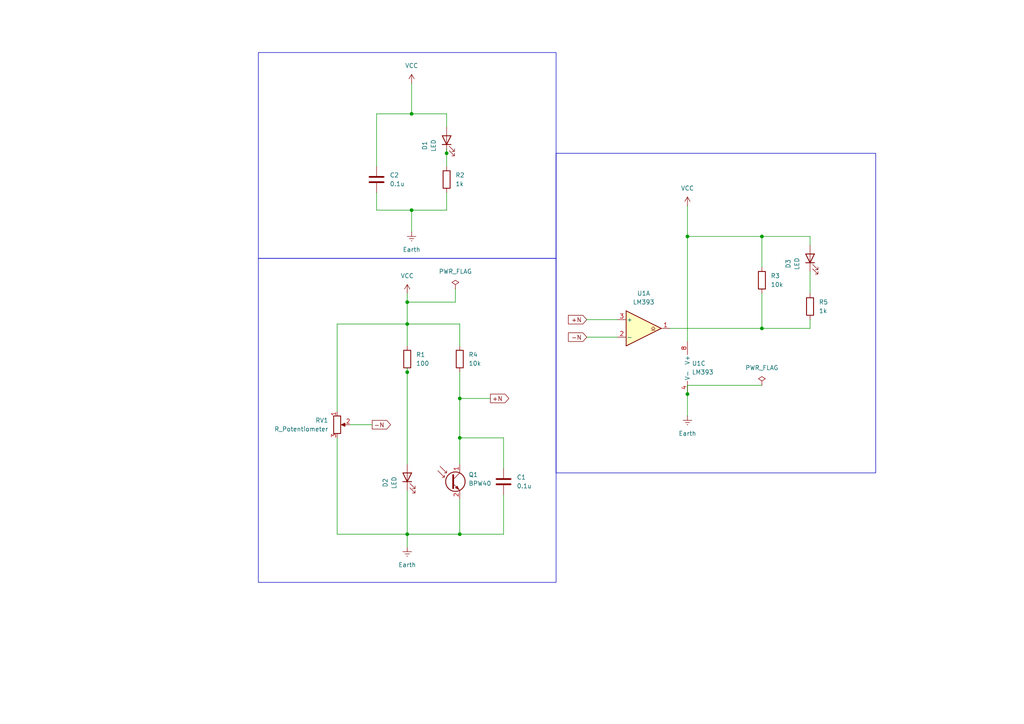
<source format=kicad_sch>
(kicad_sch (version 20231120) (generator "eeschema") (generator_version "8.0")
  (paper "A4")
  (title_block (title "Prueba de Placa de sensor FC-51") (date "2024-04-05") (company "Universidad Catolica Boliviana \"San Pablo\"") (comment 1 "Esta es la prueba N1 de Sistemas Embebidos"))
  (lib_symbols
    (symbol "Comparator:LM393" (pin_names (offset 0.127))
      (property "Reference" "U" (at 3.81 3.81 0))
      (property "Value" "LM393" (at 6.35 -3.81 0))
      (symbol "LM393_1_1"
        (polyline (pts (xy -5.08 5.08) (xy 5.08 0) (xy -5.08 -5.08) (xy -5.08 5.08)) (stroke (width 0.254)) (fill (type background)))
        (polyline (pts (xy 3.302 -0.508) (xy 2.794 -0.508) (xy 3.302 0) (xy 2.794 0.508) (xy 2.286 0) (xy 2.794 -0.508) (xy 2.286 -0.508)) (stroke (width 0.127)))
        (pin open_collector line (at 7.62 0 180) (length 2.54) (name "~") (number "1"))
        (pin input line (at -7.62 -2.54 0) (length 2.54) (name "-") (number "2"))
        (pin input line (at -7.62 2.54 0) (length 2.54) (name "+") (number "3"))
      )
      (symbol "LM393_2_1"
        (polyline (pts (xy -5.08 5.08) (xy 5.08 0) (xy -5.08 -5.08) (xy -5.08 5.08)) (stroke (width 0.254)) (fill (type background)))
        (polyline (pts (xy 3.302 -0.508) (xy 2.794 -0.508) (xy 3.302 0) (xy 2.794 0.508) (xy 2.286 0) (xy 2.794 -0.508) (xy 2.286 -0.508)) (stroke (width 0.127)))
        (pin input line (at -7.62 2.54 0) (length 2.54) (name "+") (number "5"))
        (pin input line (at -7.62 -2.54 0) (length 2.54) (name "-") (number "6"))
        (pin open_collector line (at 7.62 0 180) (length 2.54) (name "~") (number "7"))
      )
      (symbol "LM393_3_1"
        (pin power_in line (at -2.54 -7.62 90) (length 3.81) (name "V-") (number "4"))
        (pin power_in line (at -2.54 7.62 270) (length 3.81) (name "V+") (number "8"))
      )
    )
    (symbol "Device:C" (pin_numbers hide) (pin_names (offset 0.254))
      (property "Reference" "C" (at 0.635 2.54 0))
      (property "Value" "C" (at 0.635 -2.54 0))
      (symbol "C_0_1"
        (polyline (pts (xy -2.032 -0.762) (xy 2.032 -0.762)) (stroke (width 0.508)))
        (polyline (pts (xy -2.032 0.762) (xy 2.032 0.762)) (stroke (width 0.508)))
      )
      (symbol "C_1_1"
        (pin passive line (at 0 3.81 270) (length 2.794) (name "~") (number "1"))
        (pin passive line (at 0 -3.81 90) (length 2.794) (name "~") (number "2"))
      )
    )
    (symbol "Device:LED" (pin_numbers hide) (pin_names (offset 1.016) hide)
      (property "Reference" "D" (at 0 2.54 0))
      (property "Value" "LED" (at 0 -2.54 0))
      (symbol "LED_0_1"
        (polyline (pts (xy -1.27 -1.27) (xy -1.27 1.27)) (stroke (width 0.254)))
        (polyline (pts (xy -1.27 0) (xy 1.27 0)))
        (polyline (pts (xy 1.27 -1.27) (xy 1.27 1.27) (xy -1.27 0) (xy 1.27 -1.27)) (stroke (width 0.254)))
        (polyline (pts (xy -3.048 -0.762) (xy -4.572 -2.286) (xy -3.81 -2.286) (xy -4.572 -2.286) (xy -4.572 -1.524)))
        (polyline (pts (xy -1.778 -0.762) (xy -3.302 -2.286) (xy -2.54 -2.286) (xy -3.302 -2.286) (xy -3.302 -1.524)))
      )
      (symbol "LED_1_1"
        (pin passive line (at -3.81 0 0) (length 2.54) (name "K") (number "1"))
        (pin passive line (at 3.81 0 180) (length 2.54) (name "A") (number "2"))
      )
    )
    (symbol "Device:R" (pin_numbers hide) (pin_names (offset 0))
      (property "Reference" "R" (at 2.032 0 90))
      (property "Value" "R" (at 0 0 90))
      (symbol "R_0_1"
        (rectangle (start -1.016 -2.54) (end 1.016 2.54) (stroke (width 0.254)))
      )
      (symbol "R_1_1"
        (pin passive line (at 0 3.81 270) (length 1.27) (name "~") (number "1"))
        (pin passive line (at 0 -3.81 90) (length 1.27) (name "~") (number "2"))
      )
    )
    (symbol "Device:R_Potentiometer" (pin_names (offset 1.016) hide)
      (property "Reference" "RV" (at -4.445 0 90))
      (property "Value" "R_Potentiometer" (at -2.54 0 90))
      (symbol "R_Potentiometer_0_1"
        (polyline (pts (xy 2.54 0) (xy 1.524 0)))
        (polyline (pts (xy 1.143 0) (xy 2.286 0.508) (xy 2.286 -0.508) (xy 1.143 0)) (fill (type outline)))
        (rectangle (start 1.016 2.54) (end -1.016 -2.54) (stroke (width 0.254)))
      )
      (symbol "R_Potentiometer_1_1"
        (pin passive line (at 0 3.81 270) (length 1.27) (name "1") (number "1"))
        (pin passive line (at 3.81 0 180) (length 1.27) (name "2") (number "2"))
        (pin passive line (at 0 -3.81 90) (length 1.27) (name "3") (number "3"))
      )
    )
    (symbol "Sensor_Optical:BPW40" (pin_names (offset 0) hide)
      (property "Reference" "Q" (at 5.08 1.27 0))
      (property "Value" "BPW40" (at 5.08 -1.27 0))
      (symbol "BPW40_0_1"
        (polyline (pts (xy -1.905 1.27) (xy -2.54 1.27)))
        (polyline (pts (xy -1.27 2.54) (xy -1.905 2.54)))
        (polyline (pts (xy 0.635 0.635) (xy 2.54 2.54)))
        (polyline (pts (xy -3.81 3.175) (xy -1.905 1.27) (xy -1.905 1.905)))
        (polyline (pts (xy -3.175 4.445) (xy -1.27 2.54) (xy -1.27 3.175)))
        (polyline (pts (xy 0.635 -0.635) (xy 2.54 -2.54) (xy 2.54 -2.54)))
        (polyline (pts (xy 0.635 1.905) (xy 0.635 -1.905) (xy 0.635 -1.905)) (stroke (width 0.508)))
        (polyline (pts (xy 1.27 -1.778) (xy 1.778 -1.27) (xy 2.286 -2.286) (xy 1.27 -1.778) (xy 1.27 -1.778)) (fill (type outline)))
        (circle (center 1.27 0) (radius 2.8194) (stroke (width 0.254)))
      )
      (symbol "BPW40_1_1"
        (pin passive line (at 2.54 5.08 270) (length 2.54) (name "C") (number "1"))
        (pin passive line (at 2.54 -5.08 90) (length 2.54) (name "E") (number "2"))
      )
    )
    (symbol "power:Earth" (power) (pin_numbers hide) (pin_names (offset 0) hide)
      (property "Value" "Earth" (at 0 -3.81 0))
      (symbol "Earth_0_1"
        (polyline (pts (xy -0.635 -1.905) (xy 0.635 -1.905)))
        (polyline (pts (xy -0.127 -2.54) (xy 0.127 -2.54)))
        (polyline (pts (xy 0 -1.27) (xy 0 0)))
        (polyline (pts (xy 1.27 -1.27) (xy -1.27 -1.27)))
      )
      (symbol "Earth_1_1"
        (pin power_in line (at 0 0 270) (length 0) (name "~") (number "1"))
      )
    )
    (symbol "power:PWR_FLAG" (power) (pin_numbers hide) (pin_names (offset 0) hide)
      (property "Value" "PWR_FLAG" (at 0 3.81 0))
      (symbol "PWR_FLAG_0_0"
        (pin power_out line (at 0 0 90) (length 0) (name "~") (number "1"))
      )
      (symbol "PWR_FLAG_0_1"
        (polyline (pts (xy 0 0) (xy 0 1.27) (xy -1.016 1.905) (xy 0 2.54) (xy 1.016 1.905) (xy 0 1.27)))
      )
    )
    (symbol "power:VCC" (power) (pin_numbers hide) (pin_names (offset 0) hide)
      (property "Value" "VCC" (at 0 3.556 0))
      (symbol "VCC_0_1"
        (polyline (pts (xy -0.762 1.27) (xy 0 2.54)))
        (polyline (pts (xy 0 0) (xy 0 2.54)))
        (polyline (pts (xy 0 2.54) (xy 0.762 1.27)))
      )
      (symbol "VCC_1_1"
        (pin power_in line (at 0 0 90) (length 0) (name "~") (number "1"))
      )
    )
  )
  (junction (at 119.38 60.96))
  (junction (at 118.11 107.95))
  (junction (at 118.11 93.98))
  (junction (at 133.35 127))
  (junction (at 199.39 114.3))
  (junction (at 119.38 33.02))
  (junction (at 118.11 154.94))
  (junction (at 133.35 115.57))
  (junction (at 220.98 68.58))
  (junction (at 133.35 154.94))
  (junction (at 199.39 68.58))
  (junction (at 118.11 87.63))
  (junction (at 129.54 44.45))
  (junction (at 220.98 95.25))
  (wire (pts (xy 129.54 60.96) (xy 129.54 55.88)))
  (wire (pts (xy 119.38 33.02) (xy 129.54 33.02)))
  (wire (pts (xy 133.35 144.78) (xy 133.35 154.94)))
  (wire (pts (xy 199.39 99.06) (xy 199.39 68.58)))
  (wire (pts (xy 194.31 95.25) (xy 220.98 95.25)))
  (wire (pts (xy 132.08 87.63) (xy 118.11 87.63)))
  (wire (pts (xy 179.07 97.79) (xy 170.18 97.79)))
  (wire (pts (xy 118.11 87.63) (xy 118.11 93.98)))
  (wire (pts (xy 146.05 143.51) (xy 146.05 154.94)))
  (wire (pts (xy 133.35 107.95) (xy 133.35 115.57)))
  (wire (pts (xy 133.35 93.98) (xy 133.35 100.33)))
  (wire (pts (xy 118.11 93.98) (xy 118.11 100.33)))
  (wire (pts (xy 132.08 87.63) (xy 132.08 83.82)))
  (wire (pts (xy 119.38 60.96) (xy 119.38 67.31)))
  (wire (pts (xy 118.11 154.94) (xy 118.11 158.75)))
  (wire (pts (xy 133.35 93.98) (xy 118.11 93.98)))
  (wire (pts (xy 199.39 114.3) (xy 199.39 120.65)))
  (wire (pts (xy 119.38 24.13) (xy 119.38 33.02)))
  (wire (pts (xy 109.22 60.96) (xy 119.38 60.96)))
  (wire (pts (xy 109.22 33.02) (xy 109.22 48.26)))
  (wire (pts (xy 109.22 33.02) (xy 119.38 33.02)))
  (wire (pts (xy 220.98 95.25) (xy 220.98 85.09)))
  (wire (pts (xy 118.11 87.63) (xy 118.11 85.09)))
  (wire (pts (xy 234.95 92.71) (xy 234.95 95.25)))
  (wire (pts (xy 97.79 93.98) (xy 118.11 93.98)))
  (wire (pts (xy 129.54 43.18) (xy 129.54 44.45)))
  (wire (pts (xy 97.79 127) (xy 97.79 154.94)))
  (wire (pts (xy 133.35 127) (xy 133.35 134.62)))
  (wire (pts (xy 118.11 106.68) (xy 118.11 107.95)))
  (wire (pts (xy 234.95 71.12) (xy 234.95 68.58)))
  (wire (pts (xy 109.22 55.88) (xy 109.22 60.96)))
  (wire (pts (xy 234.95 78.74) (xy 234.95 85.09)))
  (wire (pts (xy 220.98 111.76) (xy 199.39 111.76)))
  (wire (pts (xy 170.18 92.71) (xy 179.07 92.71)))
  (wire (pts (xy 133.35 115.57) (xy 142.24 115.57)))
  (wire (pts (xy 129.54 44.45) (xy 129.54 48.26)))
  (wire (pts (xy 133.35 115.57) (xy 133.35 127)))
  (wire (pts (xy 199.39 68.58) (xy 220.98 68.58)))
  (wire (pts (xy 234.95 95.25) (xy 220.98 95.25)))
  (wire (pts (xy 118.11 107.95) (xy 118.11 134.62)))
  (wire (pts (xy 234.95 68.58) (xy 220.98 68.58)))
  (wire (pts (xy 133.35 154.94) (xy 118.11 154.94)))
  (wire (pts (xy 107.95 123.19) (xy 101.6 123.19)))
  (wire (pts (xy 199.39 111.76) (xy 199.39 114.3)))
  (wire (pts (xy 146.05 127) (xy 133.35 127)))
  (wire (pts (xy 146.05 154.94) (xy 133.35 154.94)))
  (wire (pts (xy 220.98 77.47) (xy 220.98 68.58)))
  (wire (pts (xy 146.05 135.89) (xy 146.05 127)))
  (wire (pts (xy 119.38 60.96) (xy 129.54 60.96)))
  (wire (pts (xy 97.79 93.98) (xy 97.79 119.38)))
  (wire (pts (xy 129.54 33.02) (xy 129.54 36.83)))
  (wire (pts (xy 118.11 142.24) (xy 118.11 154.94)))
  (wire (pts (xy 118.11 154.94) (xy 97.79 154.94)))
  (wire (pts (xy 199.39 59.69) (xy 199.39 68.58)))
  (rectangle (start 74.93 74.93) (end 161.29 168.91))
  (rectangle (start 161.29 44.45) (end 254 137.16))
  (rectangle (start 74.93 15.24) (end 161.29 74.93))
  (global_label "-N" (shape output) (at 107.95 123.19 0) (property "Intersheetrefs" "${INTERSHEET_REFS}" (effects (hide yes))))
  (global_label "-N" (shape input) (at 170.18 97.79 180) (property "Intersheetrefs" "${INTERSHEET_REFS}" (effects (hide yes))))
  (global_label "+N" (shape input) (at 170.18 92.71 180) (property "Intersheetrefs" "${INTERSHEET_REFS}" (effects (hide yes))))
  (global_label "+N" (shape output) (at 142.24 115.57 0) (property "Intersheetrefs" "${INTERSHEET_REFS}" (effects (hide yes))))
  (symbol (lib_id "Sensor_Optical:BPW40") (at 130.81 139.7 0) (unit 1)
    (property "Reference" "Q1" (at 135.89 137.6806 0) (effects (justify left)))
    (property "Value" "BPW40" (at 135.89 140.2206 0) (effects (justify left)))
    (property "Footprint" "LED_THT:LED_D3.0mm_Horizontal_O1.27mm_Z2.0mm_IRBlack" (effects (hide yes)))
    (property "Datasheet" "https://www.rcscomponents.kiev.ua/datasheets/bpw40.pdf" (effects (hide yes)))
    (property "Description" "Phototransistor NPN" (effects (hide yes)))
  )
  (symbol (lib_id "power:Earth") (at 118.11 158.75 0) (unit 1)
    (property "Reference" "#PWR01" (effects (hide yes)))
    (property "Value" "Earth" (at 118.11 163.83 0))
    (property "Description" "Power symbol creates a global label with name \"Earth\"" (effects (hide yes)))
  )
  (symbol (lib_id "Device:C") (at 109.22 52.07 0) (unit 1)
    (property "Reference" "C2" (at 113.03 50.7999 0) (effects (justify left)))
    (property "Value" "0.1u" (at 113.03 53.3399 0) (effects (justify left)))
    (property "Footprint" "Capacitor_SMD:C_0603_1608Metric" (effects (hide yes)))
    (property "Description" "Unpolarized capacitor" (effects (hide yes)))
  )
  (symbol (lib_id "Device:LED") (at 234.95 74.93 90) (unit 1)
    (property "Reference" "D3" (at 228.6 76.5175 0))
    (property "Value" "LED" (at 231.14 76.5175 0))
    (property "Footprint" "LED_THT:LED_D3.0mm_Horizontal_O1.27mm_Z2.0mm_Clear" (effects (hide yes)))
    (property "Description" "Light emitting diode" (effects (hide yes)))
  )
  (symbol (lib_id "Device:R_Potentiometer") (at 97.79 123.19 0) (unit 1)
    (property "Reference" "RV1" (at 95.25 121.9199 0) (effects (justify right)))
    (property "Value" "R_Potentiometer" (at 95.25 124.4599 0) (effects (justify right)))
    (property "Footprint" "Potentiometer_SMD:Potentiometer_Bourns_3314G_Vertical" (effects (hide yes)))
    (property "Description" "Potentiometer" (effects (hide yes)))
  )
  (symbol (lib_id "power:PWR_FLAG") (at 220.98 111.76 0) (unit 1)
    (property "Reference" "#FLG02" (effects (hide yes)))
    (property "Value" "PWR_FLAG" (at 220.98 106.68 0))
    (property "Description" "Special symbol for telling ERC where power comes from" (effects (hide yes)))
  )
  (symbol (lib_id "power:Earth") (at 199.39 120.65 0) (unit 1)
    (property "Reference" "#PWR05" (effects (hide yes)))
    (property "Value" "Earth" (at 199.39 125.73 0))
    (property "Description" "Power symbol creates a global label with name \"Earth\"" (effects (hide yes)))
  )
  (symbol (lib_id "Comparator:LM393") (at 186.69 95.25 0) (unit 1)
    (property "Reference" "U1" (at 186.69 85.09 0))
    (property "Value" "LM393" (at 186.69 87.63 0))
    (property "Footprint" "Package_DIP:DIP-8_W7.62mm_SMDSocket_SmallPads" (effects (hide yes)))
    (property "Datasheet" "http://www.ti.com/lit/ds/symlink/lm393.pdf" (effects (hide yes)))
    (property "Description" "Low-Power, Low-Offset Voltage, Dual Comparators, DIP-8/SOIC-8/TO-99-8" (effects (hide yes)))
  )
  (symbol (lib_id "power:VCC") (at 118.11 85.09 0) (unit 1)
    (property "Reference" "#PWR02" (effects (hide yes)))
    (property "Value" "VCC" (at 118.11 80.01 0))
    (property "Description" "Power symbol creates a global label with name \"VCC\"" (effects (hide yes)))
  )
  (symbol (lib_id "power:PWR_FLAG") (at 132.08 83.82 0) (unit 1)
    (property "Reference" "#FLG01" (effects (hide yes)))
    (property "Value" "PWR_FLAG" (at 132.08 78.74 0))
    (property "Description" "Special symbol for telling ERC where power comes from" (effects (hide yes)))
  )
  (symbol (lib_id "power:VCC") (at 119.38 24.13 0) (unit 1)
    (property "Reference" "#PWR04" (effects (hide yes)))
    (property "Value" "VCC" (at 119.38 19.05 0))
    (property "Description" "Power symbol creates a global label with name \"VCC\"" (effects (hide yes)))
  )
  (symbol (lib_id "Device:R") (at 234.95 88.9 0) (unit 1)
    (property "Reference" "R5" (at 237.49 87.6299 0) (effects (justify left)))
    (property "Value" "1k" (at 237.49 90.1699 0) (effects (justify left)))
    (property "Footprint" "Resistor_SMD:R_0805_2012Metric_Pad1.20x1.40mm_HandSolder" (effects (hide yes)))
    (property "Description" "Resistor" (effects (hide yes)))
  )
  (symbol (lib_id "Device:R") (at 220.98 81.28 0) (unit 1)
    (property "Reference" "R3" (at 223.52 80.0099 0) (effects (justify left)))
    (property "Value" "10k" (at 223.52 82.5499 0) (effects (justify left)))
    (property "Footprint" "Resistor_SMD:R_0805_2012Metric_Pad1.20x1.40mm_HandSolder" (effects (hide yes)))
    (property "Description" "Resistor" (effects (hide yes)))
  )
  (symbol (lib_id "Device:R") (at 118.11 104.14 0) (unit 1)
    (property "Reference" "R1" (at 120.65 102.8699 0) (effects (justify left)))
    (property "Value" "100" (at 120.65 105.4099 0) (effects (justify left)))
    (property "Footprint" "Resistor_SMD:R_0805_2012Metric_Pad1.20x1.40mm_HandSolder" (effects (hide yes)))
    (property "Description" "Resistor" (effects (hide yes)))
  )
  (symbol (lib_id "Device:R") (at 133.35 104.14 0) (unit 1)
    (property "Reference" "R4" (at 135.89 102.8699 0) (effects (justify left)))
    (property "Value" "10k" (at 135.89 105.4099 0) (effects (justify left)))
    (property "Footprint" "Resistor_SMD:R_0805_2012Metric_Pad1.20x1.40mm_HandSolder" (effects (hide yes)))
    (property "Description" "Resistor" (effects (hide yes)))
  )
  (symbol (lib_id "Device:R") (at 129.54 52.07 0) (unit 1)
    (property "Reference" "R2" (at 132.08 50.7999 0) (effects (justify left)))
    (property "Value" "1k" (at 132.08 53.3399 0) (effects (justify left)))
    (property "Footprint" "Resistor_SMD:R_0805_2012Metric_Pad1.20x1.40mm_HandSolder" (effects (hide yes)))
    (property "Description" "Resistor" (effects (hide yes)))
  )
  (symbol (lib_id "Device:LED") (at 129.54 40.64 90) (unit 1)
    (property "Reference" "D1" (at 123.19 42.2275 0))
    (property "Value" "LED" (at 125.73 42.2275 0))
    (property "Footprint" "LED_SMD:LED_miniPLCC_2315_Handsoldering" (effects (hide yes)))
    (property "Description" "Light emitting diode" (effects (hide yes)))
  )
  (symbol (lib_id "power:Earth") (at 119.38 67.31 0) (unit 1)
    (property "Reference" "#PWR03" (effects (hide yes)))
    (property "Value" "Earth" (at 119.38 72.39 0))
    (property "Description" "Power symbol creates a global label with name \"Earth\"" (effects (hide yes)))
  )
  (symbol (lib_id "Device:LED") (at 118.11 138.43 90) (unit 1)
    (property "Reference" "D2" (at 111.76 140.0175 0))
    (property "Value" "LED" (at 114.3 140.0175 0))
    (property "Footprint" "LED_SMD:LED_miniPLCC_2315_Handsoldering" (effects (hide yes)))
    (property "Description" "Light emitting diode" (effects (hide yes)))
  )
  (symbol (lib_id "Comparator:LM393") (at 201.93 106.68 0) (unit 3)
    (property "Reference" "U1" (at 200.66 105.4099 0) (effects (justify left)))
    (property "Value" "LM393" (at 200.66 107.9499 0) (effects (justify left)))
    (property "Footprint" "Package_DIP:DIP-8_W7.62mm_SMDSocket_SmallPads" (effects (hide yes)))
    (property "Datasheet" "http://www.ti.com/lit/ds/symlink/lm393.pdf" (effects (hide yes)))
    (property "Description" "Low-Power, Low-Offset Voltage, Dual Comparators, DIP-8/SOIC-8/TO-99-8" (effects (hide yes)))
  )
  (symbol (lib_id "power:VCC") (at 199.39 59.69 0) (unit 1)
    (property "Reference" "#PWR06" (effects (hide yes)))
    (property "Value" "VCC" (at 199.39 54.61 0))
    (property "Description" "Power symbol creates a global label with name \"VCC\"" (effects (hide yes)))
  )
  (symbol (lib_id "Device:C") (at 146.05 139.7 0) (unit 1)
    (property "Reference" "C1" (at 149.86 138.4299 0) (effects (justify left)))
    (property "Value" "0.1u" (at 149.86 140.9699 0) (effects (justify left)))
    (property "Footprint" "Capacitor_SMD:C_0603_1608Metric_Pad1.08x0.95mm_HandSolder" (effects (hide yes)))
    (property "Description" "Unpolarized capacitor" (effects (hide yes)))
  )
)
</source>
